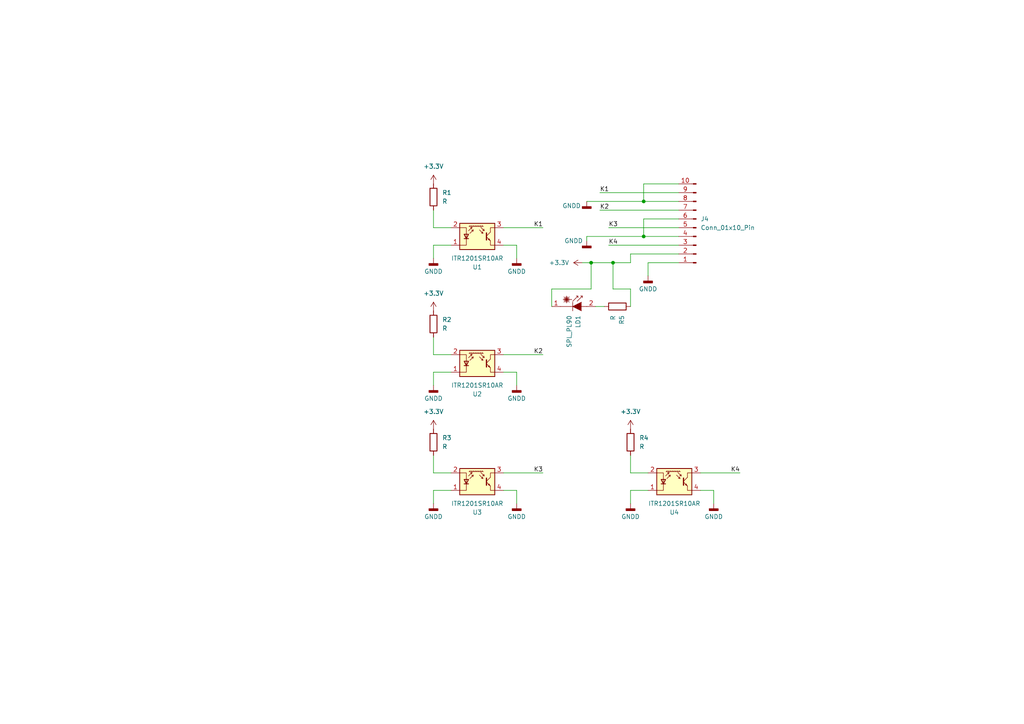
<source format=kicad_sch>
(kicad_sch (version 20230121) (generator eeschema)

  (uuid 91e5da56-9572-45ee-ba29-c4f8142abac9)

  (paper "A4")

  (lib_symbols
    (symbol "Connector:Conn_01x10_Pin" (pin_names (offset 1.016) hide) (in_bom yes) (on_board yes)
      (property "Reference" "J" (at 0 12.7 0)
        (effects (font (size 1.27 1.27)))
      )
      (property "Value" "Conn_01x10_Pin" (at 0 -15.24 0)
        (effects (font (size 1.27 1.27)))
      )
      (property "Footprint" "" (at 0 0 0)
        (effects (font (size 1.27 1.27)) hide)
      )
      (property "Datasheet" "~" (at 0 0 0)
        (effects (font (size 1.27 1.27)) hide)
      )
      (property "ki_locked" "" (at 0 0 0)
        (effects (font (size 1.27 1.27)))
      )
      (property "ki_keywords" "connector" (at 0 0 0)
        (effects (font (size 1.27 1.27)) hide)
      )
      (property "ki_description" "Generic connector, single row, 01x10, script generated" (at 0 0 0)
        (effects (font (size 1.27 1.27)) hide)
      )
      (property "ki_fp_filters" "Connector*:*_1x??_*" (at 0 0 0)
        (effects (font (size 1.27 1.27)) hide)
      )
      (symbol "Conn_01x10_Pin_1_1"
        (polyline
          (pts
            (xy 1.27 -12.7)
            (xy 0.8636 -12.7)
          )
          (stroke (width 0.1524) (type default))
          (fill (type none))
        )
        (polyline
          (pts
            (xy 1.27 -10.16)
            (xy 0.8636 -10.16)
          )
          (stroke (width 0.1524) (type default))
          (fill (type none))
        )
        (polyline
          (pts
            (xy 1.27 -7.62)
            (xy 0.8636 -7.62)
          )
          (stroke (width 0.1524) (type default))
          (fill (type none))
        )
        (polyline
          (pts
            (xy 1.27 -5.08)
            (xy 0.8636 -5.08)
          )
          (stroke (width 0.1524) (type default))
          (fill (type none))
        )
        (polyline
          (pts
            (xy 1.27 -2.54)
            (xy 0.8636 -2.54)
          )
          (stroke (width 0.1524) (type default))
          (fill (type none))
        )
        (polyline
          (pts
            (xy 1.27 0)
            (xy 0.8636 0)
          )
          (stroke (width 0.1524) (type default))
          (fill (type none))
        )
        (polyline
          (pts
            (xy 1.27 2.54)
            (xy 0.8636 2.54)
          )
          (stroke (width 0.1524) (type default))
          (fill (type none))
        )
        (polyline
          (pts
            (xy 1.27 5.08)
            (xy 0.8636 5.08)
          )
          (stroke (width 0.1524) (type default))
          (fill (type none))
        )
        (polyline
          (pts
            (xy 1.27 7.62)
            (xy 0.8636 7.62)
          )
          (stroke (width 0.1524) (type default))
          (fill (type none))
        )
        (polyline
          (pts
            (xy 1.27 10.16)
            (xy 0.8636 10.16)
          )
          (stroke (width 0.1524) (type default))
          (fill (type none))
        )
        (rectangle (start 0.8636 -12.573) (end 0 -12.827)
          (stroke (width 0.1524) (type default))
          (fill (type outline))
        )
        (rectangle (start 0.8636 -10.033) (end 0 -10.287)
          (stroke (width 0.1524) (type default))
          (fill (type outline))
        )
        (rectangle (start 0.8636 -7.493) (end 0 -7.747)
          (stroke (width 0.1524) (type default))
          (fill (type outline))
        )
        (rectangle (start 0.8636 -4.953) (end 0 -5.207)
          (stroke (width 0.1524) (type default))
          (fill (type outline))
        )
        (rectangle (start 0.8636 -2.413) (end 0 -2.667)
          (stroke (width 0.1524) (type default))
          (fill (type outline))
        )
        (rectangle (start 0.8636 0.127) (end 0 -0.127)
          (stroke (width 0.1524) (type default))
          (fill (type outline))
        )
        (rectangle (start 0.8636 2.667) (end 0 2.413)
          (stroke (width 0.1524) (type default))
          (fill (type outline))
        )
        (rectangle (start 0.8636 5.207) (end 0 4.953)
          (stroke (width 0.1524) (type default))
          (fill (type outline))
        )
        (rectangle (start 0.8636 7.747) (end 0 7.493)
          (stroke (width 0.1524) (type default))
          (fill (type outline))
        )
        (rectangle (start 0.8636 10.287) (end 0 10.033)
          (stroke (width 0.1524) (type default))
          (fill (type outline))
        )
        (pin passive line (at 5.08 10.16 180) (length 3.81)
          (name "Pin_1" (effects (font (size 1.27 1.27))))
          (number "1" (effects (font (size 1.27 1.27))))
        )
        (pin passive line (at 5.08 -12.7 180) (length 3.81)
          (name "Pin_10" (effects (font (size 1.27 1.27))))
          (number "10" (effects (font (size 1.27 1.27))))
        )
        (pin passive line (at 5.08 7.62 180) (length 3.81)
          (name "Pin_2" (effects (font (size 1.27 1.27))))
          (number "2" (effects (font (size 1.27 1.27))))
        )
        (pin passive line (at 5.08 5.08 180) (length 3.81)
          (name "Pin_3" (effects (font (size 1.27 1.27))))
          (number "3" (effects (font (size 1.27 1.27))))
        )
        (pin passive line (at 5.08 2.54 180) (length 3.81)
          (name "Pin_4" (effects (font (size 1.27 1.27))))
          (number "4" (effects (font (size 1.27 1.27))))
        )
        (pin passive line (at 5.08 0 180) (length 3.81)
          (name "Pin_5" (effects (font (size 1.27 1.27))))
          (number "5" (effects (font (size 1.27 1.27))))
        )
        (pin passive line (at 5.08 -2.54 180) (length 3.81)
          (name "Pin_6" (effects (font (size 1.27 1.27))))
          (number "6" (effects (font (size 1.27 1.27))))
        )
        (pin passive line (at 5.08 -5.08 180) (length 3.81)
          (name "Pin_7" (effects (font (size 1.27 1.27))))
          (number "7" (effects (font (size 1.27 1.27))))
        )
        (pin passive line (at 5.08 -7.62 180) (length 3.81)
          (name "Pin_8" (effects (font (size 1.27 1.27))))
          (number "8" (effects (font (size 1.27 1.27))))
        )
        (pin passive line (at 5.08 -10.16 180) (length 3.81)
          (name "Pin_9" (effects (font (size 1.27 1.27))))
          (number "9" (effects (font (size 1.27 1.27))))
        )
      )
    )
    (symbol "Device:R" (pin_numbers hide) (pin_names (offset 0)) (in_bom yes) (on_board yes)
      (property "Reference" "R" (at 2.032 0 90)
        (effects (font (size 1.27 1.27)))
      )
      (property "Value" "R" (at 0 0 90)
        (effects (font (size 1.27 1.27)))
      )
      (property "Footprint" "" (at -1.778 0 90)
        (effects (font (size 1.27 1.27)) hide)
      )
      (property "Datasheet" "~" (at 0 0 0)
        (effects (font (size 1.27 1.27)) hide)
      )
      (property "ki_keywords" "R res resistor" (at 0 0 0)
        (effects (font (size 1.27 1.27)) hide)
      )
      (property "ki_description" "Resistor" (at 0 0 0)
        (effects (font (size 1.27 1.27)) hide)
      )
      (property "ki_fp_filters" "R_*" (at 0 0 0)
        (effects (font (size 1.27 1.27)) hide)
      )
      (symbol "R_0_1"
        (rectangle (start -1.016 -2.54) (end 1.016 2.54)
          (stroke (width 0.254) (type default))
          (fill (type none))
        )
      )
      (symbol "R_1_1"
        (pin passive line (at 0 3.81 270) (length 1.27)
          (name "~" (effects (font (size 1.27 1.27))))
          (number "1" (effects (font (size 1.27 1.27))))
        )
        (pin passive line (at 0 -3.81 90) (length 1.27)
          (name "~" (effects (font (size 1.27 1.27))))
          (number "2" (effects (font (size 1.27 1.27))))
        )
      )
    )
    (symbol "Diode_Laser:SPL_PL90" (pin_names (offset 1.016) hide) (in_bom yes) (on_board yes)
      (property "Reference" "LD" (at -1.27 4.445 0)
        (effects (font (size 1.27 1.27)))
      )
      (property "Value" "SPL_PL90" (at -1.27 -2.54 0)
        (effects (font (size 1.27 1.27)))
      )
      (property "Footprint" "LED_THT:LED_D5.0mm" (at -1.524 -4.572 0)
        (effects (font (size 1.27 1.27)) hide)
      )
      (property "Datasheet" "http://www.osram-os.com/Graphics/XPic0/00194565_0.pdf/SPL%20PL90.pdf" (at 0.762 -5.08 0)
        (effects (font (size 1.27 1.27)) hide)
      )
      (property "ki_keywords" "opto laserdiode" (at 0 0 0)
        (effects (font (size 1.27 1.27)) hide)
      )
      (property "ki_description" "Pulsed Laser Diode in Plastic Package 25W Peak Power" (at 0 0 0)
        (effects (font (size 1.27 1.27)) hide)
      )
      (property "ki_fp_filters" "LED*5.0mm*" (at 0 0 0)
        (effects (font (size 1.27 1.27)) hide)
      )
      (symbol "SPL_PL90_0_1"
        (polyline
          (pts
            (xy -4.064 1.27)
            (xy -2.54 2.794)
          )
          (stroke (width 0) (type default))
          (fill (type none))
        )
        (polyline
          (pts
            (xy -4.064 1.778)
            (xy -2.54 2.286)
          )
          (stroke (width 0) (type default))
          (fill (type none))
        )
        (polyline
          (pts
            (xy -4.064 2.286)
            (xy -2.54 1.778)
          )
          (stroke (width 0) (type default))
          (fill (type none))
        )
        (polyline
          (pts
            (xy -4.064 2.794)
            (xy -2.54 1.27)
          )
          (stroke (width 0) (type default))
          (fill (type none))
        )
        (polyline
          (pts
            (xy -3.556 2.794)
            (xy -3.048 1.27)
          )
          (stroke (width 0) (type default))
          (fill (type none))
        )
        (polyline
          (pts
            (xy -3.302 2.032)
            (xy -3.302 1.016)
          )
          (stroke (width 0) (type default))
          (fill (type none))
        )
        (polyline
          (pts
            (xy -3.302 2.032)
            (xy -3.302 3.048)
          )
          (stroke (width 0) (type default))
          (fill (type none))
        )
        (polyline
          (pts
            (xy -3.048 2.794)
            (xy -3.556 1.27)
          )
          (stroke (width 0) (type default))
          (fill (type none))
        )
        (polyline
          (pts
            (xy -1.778 2.032)
            (xy -4.318 2.032)
          )
          (stroke (width 0) (type default))
          (fill (type none))
        )
        (polyline
          (pts
            (xy -1.524 1.27)
            (xy -1.524 -1.27)
          )
          (stroke (width 0.1524) (type default))
          (fill (type none))
        )
        (polyline
          (pts
            (xy 1.27 3.048)
            (xy 0.762 3.048)
          )
          (stroke (width 0) (type default))
          (fill (type none))
        )
        (polyline
          (pts
            (xy 2.54 0)
            (xy -5.08 0)
          )
          (stroke (width 0) (type default))
          (fill (type none))
        )
        (polyline
          (pts
            (xy -0.254 1.524)
            (xy 1.27 3.048)
            (xy 1.27 2.54)
          )
          (stroke (width 0) (type default))
          (fill (type none))
        )
        (polyline
          (pts
            (xy 1.016 1.27)
            (xy -1.524 0)
            (xy 1.016 -1.27)
          )
          (stroke (width 0) (type default))
          (fill (type outline))
        )
        (polyline
          (pts
            (xy -1.524 1.524)
            (xy 0 3.048)
            (xy 0 2.54)
            (xy 0 3.048)
            (xy -0.508 3.048)
          )
          (stroke (width 0) (type default))
          (fill (type none))
        )
      )
      (symbol "SPL_PL90_1_1"
        (pin passive line (at -7.62 0 0) (length 2.54)
          (name "C" (effects (font (size 1.27 1.27))))
          (number "1" (effects (font (size 1.27 1.27))))
        )
        (pin passive line (at 5.08 0 180) (length 2.54)
          (name "A" (effects (font (size 1.27 1.27))))
          (number "2" (effects (font (size 1.27 1.27))))
        )
      )
    )
    (symbol "Sensor_Proximity:ITR1201SR10AR" (pin_names (offset 0.0254) hide) (in_bom yes) (on_board yes)
      (property "Reference" "U" (at -3.81 5.08 0)
        (effects (font (size 1.27 1.27)))
      )
      (property "Value" "ITR1201SR10AR" (at 15.24 5.08 0)
        (effects (font (size 1.27 1.27)) (justify right))
      )
      (property "Footprint" "OptoDevice:Everlight_ITR1201SR10AR" (at 0 -5.08 0)
        (effects (font (size 1.27 1.27)) hide)
      )
      (property "Datasheet" "http://www.everlight.com/file/ProductFile/ITR1201SR10AR-TR.pdf" (at 0 2.54 0)
        (effects (font (size 1.27 1.27)) hide)
      )
      (property "ki_keywords" "Reflective Optical Sensor Opto reflex coupler" (at 0 0 0)
        (effects (font (size 1.27 1.27)) hide)
      )
      (property "ki_description" "Miniature Reflective Optical Object Sensor, SMD-4" (at 0 0 0)
        (effects (font (size 1.27 1.27)) hide)
      )
      (property "ki_fp_filters" "Everlight*ITR1201SR10AR*" (at 0 0 0)
        (effects (font (size 1.27 1.27)) hide)
      )
      (symbol "ITR1201SR10AR_0_1"
        (polyline
          (pts
            (xy -3.81 -0.635)
            (xy -2.54 -0.635)
          )
          (stroke (width 0.254) (type default))
          (fill (type none))
        )
        (polyline
          (pts
            (xy -2.286 2.921)
            (xy -2.032 3.175)
          )
          (stroke (width 0) (type default))
          (fill (type none))
        )
        (polyline
          (pts
            (xy -1.778 2.921)
            (xy -1.524 3.175)
          )
          (stroke (width 0) (type default))
          (fill (type none))
        )
        (polyline
          (pts
            (xy -1.524 2.667)
            (xy -1.651 2.159)
          )
          (stroke (width 0) (type default))
          (fill (type none))
        )
        (polyline
          (pts
            (xy -1.27 2.921)
            (xy -1.016 3.175)
          )
          (stroke (width 0) (type default))
          (fill (type none))
        )
        (polyline
          (pts
            (xy -1.143 1.905)
            (xy -1.27 1.397)
          )
          (stroke (width 0) (type default))
          (fill (type none))
        )
        (polyline
          (pts
            (xy -0.762 2.921)
            (xy -0.508 3.175)
          )
          (stroke (width 0) (type default))
          (fill (type none))
        )
        (polyline
          (pts
            (xy -0.254 2.921)
            (xy 0 3.175)
          )
          (stroke (width 0) (type default))
          (fill (type none))
        )
        (polyline
          (pts
            (xy 0.254 2.921)
            (xy 0.508 3.175)
          )
          (stroke (width 0) (type default))
          (fill (type none))
        )
        (polyline
          (pts
            (xy 0.762 2.921)
            (xy 1.016 3.175)
          )
          (stroke (width 0) (type default))
          (fill (type none))
        )
        (polyline
          (pts
            (xy 1.27 2.921)
            (xy 1.524 3.175)
          )
          (stroke (width 0) (type default))
          (fill (type none))
        )
        (polyline
          (pts
            (xy 1.651 0.889)
            (xy 1.143 1.016)
          )
          (stroke (width 0) (type default))
          (fill (type none))
        )
        (polyline
          (pts
            (xy 1.778 2.921)
            (xy -2.413 2.921)
          )
          (stroke (width 0) (type default))
          (fill (type none))
        )
        (polyline
          (pts
            (xy 2.032 1.651)
            (xy 1.524 1.778)
          )
          (stroke (width 0) (type default))
          (fill (type none))
        )
        (polyline
          (pts
            (xy 2.667 -0.127)
            (xy 3.81 -1.27)
          )
          (stroke (width 0) (type default))
          (fill (type none))
        )
        (polyline
          (pts
            (xy 2.667 0.127)
            (xy 3.81 1.27)
          )
          (stroke (width 0) (type default))
          (fill (type none))
        )
        (polyline
          (pts
            (xy -2.54 1.651)
            (xy -1.524 2.667)
            (xy -2.032 2.54)
          )
          (stroke (width 0) (type default))
          (fill (type none))
        )
        (polyline
          (pts
            (xy -2.159 0.889)
            (xy -1.143 1.905)
            (xy -1.651 1.778)
          )
          (stroke (width 0) (type default))
          (fill (type none))
        )
        (polyline
          (pts
            (xy 0.635 1.905)
            (xy 1.651 0.889)
            (xy 1.524 1.397)
          )
          (stroke (width 0) (type default))
          (fill (type none))
        )
        (polyline
          (pts
            (xy 1.016 2.667)
            (xy 2.032 1.651)
            (xy 1.905 2.159)
          )
          (stroke (width 0) (type default))
          (fill (type none))
        )
        (polyline
          (pts
            (xy 2.667 1.016)
            (xy 2.667 -1.016)
            (xy 2.667 -1.016)
          )
          (stroke (width 0.3556) (type default))
          (fill (type none))
        )
        (polyline
          (pts
            (xy 3.81 -1.27)
            (xy 3.81 -2.54)
            (xy 5.08 -2.54)
          )
          (stroke (width 0) (type default))
          (fill (type none))
        )
        (polyline
          (pts
            (xy 3.81 1.27)
            (xy 3.81 2.54)
            (xy 5.08 2.54)
          )
          (stroke (width 0) (type default))
          (fill (type none))
        )
        (polyline
          (pts
            (xy -5.08 -2.54)
            (xy -3.175 -2.54)
            (xy -3.175 2.54)
            (xy -5.08 2.54)
          )
          (stroke (width 0) (type default))
          (fill (type none))
        )
        (polyline
          (pts
            (xy -3.175 -0.635)
            (xy -3.81 0.635)
            (xy -2.54 0.635)
            (xy -3.175 -0.635)
          )
          (stroke (width 0.254) (type default))
          (fill (type none))
        )
        (polyline
          (pts
            (xy 3.683 -1.143)
            (xy 3.429 -0.635)
            (xy 3.175 -0.889)
            (xy 3.683 -1.143)
          )
          (stroke (width 0) (type default))
          (fill (type none))
        )
        (polyline
          (pts
            (xy -5.08 -3.81)
            (xy 5.08 -3.81)
            (xy 5.08 3.81)
            (xy -5.08 3.81)
            (xy -5.08 -3.81)
          )
          (stroke (width 0.254) (type default))
          (fill (type background))
        )
      )
      (symbol "ITR1201SR10AR_1_1"
        (pin passive line (at -7.62 -2.54 0) (length 2.54)
          (name "K" (effects (font (size 1.27 1.27))))
          (number "1" (effects (font (size 1.27 1.27))))
        )
        (pin passive line (at -7.62 2.54 0) (length 2.54)
          (name "A" (effects (font (size 1.27 1.27))))
          (number "2" (effects (font (size 1.27 1.27))))
        )
        (pin open_collector line (at 7.62 2.54 180) (length 2.54)
          (name "~" (effects (font (size 1.27 1.27))))
          (number "3" (effects (font (size 1.27 1.27))))
        )
        (pin open_emitter line (at 7.62 -2.54 180) (length 2.54)
          (name "~" (effects (font (size 1.27 1.27))))
          (number "4" (effects (font (size 1.27 1.27))))
        )
      )
    )
    (symbol "power:+3.3V" (power) (pin_names (offset 0)) (in_bom yes) (on_board yes)
      (property "Reference" "#PWR" (at 0 -3.81 0)
        (effects (font (size 1.27 1.27)) hide)
      )
      (property "Value" "+3.3V" (at 0 3.556 0)
        (effects (font (size 1.27 1.27)))
      )
      (property "Footprint" "" (at 0 0 0)
        (effects (font (size 1.27 1.27)) hide)
      )
      (property "Datasheet" "" (at 0 0 0)
        (effects (font (size 1.27 1.27)) hide)
      )
      (property "ki_keywords" "global power" (at 0 0 0)
        (effects (font (size 1.27 1.27)) hide)
      )
      (property "ki_description" "Power symbol creates a global label with name \"+3.3V\"" (at 0 0 0)
        (effects (font (size 1.27 1.27)) hide)
      )
      (symbol "+3.3V_0_1"
        (polyline
          (pts
            (xy -0.762 1.27)
            (xy 0 2.54)
          )
          (stroke (width 0) (type default))
          (fill (type none))
        )
        (polyline
          (pts
            (xy 0 0)
            (xy 0 2.54)
          )
          (stroke (width 0) (type default))
          (fill (type none))
        )
        (polyline
          (pts
            (xy 0 2.54)
            (xy 0.762 1.27)
          )
          (stroke (width 0) (type default))
          (fill (type none))
        )
      )
      (symbol "+3.3V_1_1"
        (pin power_in line (at 0 0 90) (length 0) hide
          (name "+3.3V" (effects (font (size 1.27 1.27))))
          (number "1" (effects (font (size 1.27 1.27))))
        )
      )
    )
    (symbol "power:GNDD" (power) (pin_names (offset 0)) (in_bom yes) (on_board yes)
      (property "Reference" "#PWR" (at 0 -6.35 0)
        (effects (font (size 1.27 1.27)) hide)
      )
      (property "Value" "GNDD" (at 0 -3.175 0)
        (effects (font (size 1.27 1.27)))
      )
      (property "Footprint" "" (at 0 0 0)
        (effects (font (size 1.27 1.27)) hide)
      )
      (property "Datasheet" "" (at 0 0 0)
        (effects (font (size 1.27 1.27)) hide)
      )
      (property "ki_keywords" "power-flag" (at 0 0 0)
        (effects (font (size 1.27 1.27)) hide)
      )
      (property "ki_description" "Power symbol creates a global label with name \"GNDD\" , digital ground" (at 0 0 0)
        (effects (font (size 1.27 1.27)) hide)
      )
      (symbol "GNDD_0_1"
        (rectangle (start -1.27 -1.524) (end 1.27 -2.032)
          (stroke (width 0.254) (type default))
          (fill (type outline))
        )
        (polyline
          (pts
            (xy 0 0)
            (xy 0 -1.524)
          )
          (stroke (width 0) (type default))
          (fill (type none))
        )
      )
      (symbol "GNDD_1_1"
        (pin power_in line (at 0 0 270) (length 0) hide
          (name "GNDD" (effects (font (size 1.27 1.27))))
          (number "1" (effects (font (size 1.27 1.27))))
        )
      )
    )
  )

  (junction (at 186.69 58.42) (diameter 0) (color 0 0 0 0)
    (uuid 002e38bb-c993-4f81-8a6d-51a3297b0375)
  )
  (junction (at 177.8 76.2) (diameter 0) (color 0 0 0 0)
    (uuid 13429929-0d65-474a-89a0-4611fb4e60b6)
  )
  (junction (at 171.45 76.2) (diameter 0) (color 0 0 0 0)
    (uuid 7782264c-3d6c-4364-acaa-ed2c45cdd73e)
  )
  (junction (at 186.69 68.58) (diameter 0) (color 0 0 0 0)
    (uuid d8ca31d5-48d7-4b46-a099-c92fc2183721)
  )

  (wire (pts (xy 182.88 76.2) (xy 182.88 73.66))
    (stroke (width 0) (type default))
    (uuid 0066eaa7-a28f-4985-9557-074cc2621ab0)
  )
  (wire (pts (xy 125.73 142.24) (xy 125.73 146.05))
    (stroke (width 0) (type default))
    (uuid 13aa38d0-214d-4a2f-a2e5-c64269698076)
  )
  (wire (pts (xy 177.8 83.82) (xy 182.88 83.82))
    (stroke (width 0) (type default))
    (uuid 1a4dde50-3b6e-478b-b954-594e8fb15d20)
  )
  (wire (pts (xy 170.18 68.58) (xy 186.69 68.58))
    (stroke (width 0) (type default))
    (uuid 1da61eb0-973f-40ce-8057-f136b49de9b9)
  )
  (wire (pts (xy 187.96 76.2) (xy 196.85 76.2))
    (stroke (width 0) (type default))
    (uuid 1e1b444a-d224-4eab-8b9f-9a7b3d222d88)
  )
  (wire (pts (xy 130.81 107.95) (xy 125.73 107.95))
    (stroke (width 0) (type default))
    (uuid 221053a7-0d55-4155-85a0-d50f4219225a)
  )
  (wire (pts (xy 176.53 71.12) (xy 196.85 71.12))
    (stroke (width 0) (type default))
    (uuid 237a6a53-027b-400c-bd70-198df9cdb079)
  )
  (wire (pts (xy 146.05 137.16) (xy 157.48 137.16))
    (stroke (width 0) (type default))
    (uuid 24c48833-1826-4446-8a21-147cd5d5533d)
  )
  (wire (pts (xy 125.73 137.16) (xy 130.81 137.16))
    (stroke (width 0) (type default))
    (uuid 2d40f3a1-c30b-450a-ab0b-86ac0be781ad)
  )
  (wire (pts (xy 149.86 71.12) (xy 146.05 71.12))
    (stroke (width 0) (type default))
    (uuid 3f241c3c-3f5d-4014-a119-e42e14bb92e9)
  )
  (wire (pts (xy 170.18 58.42) (xy 186.69 58.42))
    (stroke (width 0) (type default))
    (uuid 45947be1-4f8c-49a6-a11d-5856f2866e90)
  )
  (wire (pts (xy 125.73 60.96) (xy 125.73 66.04))
    (stroke (width 0) (type default))
    (uuid 461b0b31-d146-4218-a300-d882f52099eb)
  )
  (wire (pts (xy 176.53 66.04) (xy 196.85 66.04))
    (stroke (width 0) (type default))
    (uuid 49296605-076f-4f53-8a57-65a8d9d1ba96)
  )
  (wire (pts (xy 186.69 63.5) (xy 186.69 68.58))
    (stroke (width 0) (type default))
    (uuid 53164549-48ad-46a5-9acd-2fdfef7dcdba)
  )
  (wire (pts (xy 182.88 142.24) (xy 182.88 146.05))
    (stroke (width 0) (type default))
    (uuid 57bf63db-41b0-4f1c-b5ef-63b5301cc466)
  )
  (wire (pts (xy 149.86 107.95) (xy 146.05 107.95))
    (stroke (width 0) (type default))
    (uuid 5dfb4daf-141c-4fac-aa3e-28b2c5c8fb37)
  )
  (wire (pts (xy 207.01 146.05) (xy 207.01 142.24))
    (stroke (width 0) (type default))
    (uuid 6e3068bc-5668-4f40-bc3e-fe699e37666d)
  )
  (wire (pts (xy 171.45 83.82) (xy 171.45 76.2))
    (stroke (width 0) (type default))
    (uuid 74b42aa9-63a2-4246-9535-48909e299e23)
  )
  (wire (pts (xy 207.01 142.24) (xy 203.2 142.24))
    (stroke (width 0) (type default))
    (uuid 791073fd-9858-49f1-929b-3ec9db3cc556)
  )
  (wire (pts (xy 160.02 88.9) (xy 160.02 83.82))
    (stroke (width 0) (type default))
    (uuid 7a5f5d2c-4168-4236-b196-b3144f912b36)
  )
  (wire (pts (xy 177.8 76.2) (xy 182.88 76.2))
    (stroke (width 0) (type default))
    (uuid 7e8b885d-244e-442a-a353-c21d32d4e839)
  )
  (wire (pts (xy 125.73 132.08) (xy 125.73 137.16))
    (stroke (width 0) (type default))
    (uuid 7f257749-24fd-49bb-bac0-19b2b9e29605)
  )
  (wire (pts (xy 186.69 68.58) (xy 196.85 68.58))
    (stroke (width 0) (type default))
    (uuid 9676deaa-5ff1-4162-9f5e-294564fcd8bb)
  )
  (wire (pts (xy 160.02 83.82) (xy 171.45 83.82))
    (stroke (width 0) (type default))
    (uuid 98d0f1eb-27e1-41cc-9e2e-6d73ea700b65)
  )
  (wire (pts (xy 182.88 83.82) (xy 182.88 88.9))
    (stroke (width 0) (type default))
    (uuid a72edf68-beec-4670-b3fc-40ec06644088)
  )
  (wire (pts (xy 149.86 146.05) (xy 149.86 142.24))
    (stroke (width 0) (type default))
    (uuid a7a555f1-dba7-46e9-96a5-188cc5fa1985)
  )
  (wire (pts (xy 171.45 76.2) (xy 177.8 76.2))
    (stroke (width 0) (type default))
    (uuid a93db3ed-bf96-4812-b93a-c86762cffd8b)
  )
  (wire (pts (xy 149.86 142.24) (xy 146.05 142.24))
    (stroke (width 0) (type default))
    (uuid aa040319-afae-4259-a159-6cdac5a2db27)
  )
  (wire (pts (xy 125.73 66.04) (xy 130.81 66.04))
    (stroke (width 0) (type default))
    (uuid b7857ce8-68bd-48ff-b372-221fdd7f577c)
  )
  (wire (pts (xy 175.26 88.9) (xy 172.72 88.9))
    (stroke (width 0) (type default))
    (uuid b9a195b7-d72d-4d7e-9cfa-c62deea627a9)
  )
  (wire (pts (xy 146.05 66.04) (xy 157.48 66.04))
    (stroke (width 0) (type default))
    (uuid b9d3e4d0-9103-4412-9f13-7840355021ac)
  )
  (wire (pts (xy 186.69 58.42) (xy 196.85 58.42))
    (stroke (width 0) (type default))
    (uuid bb45b57b-ec6a-4b57-b76d-4a501bfb8733)
  )
  (wire (pts (xy 173.99 55.88) (xy 196.85 55.88))
    (stroke (width 0) (type default))
    (uuid bb86b4b6-0a1e-489f-a7d5-414da058631d)
  )
  (wire (pts (xy 186.69 63.5) (xy 196.85 63.5))
    (stroke (width 0) (type default))
    (uuid bc099eb8-d9fe-4b14-b524-f1bcd98e15c0)
  )
  (wire (pts (xy 186.69 53.34) (xy 196.85 53.34))
    (stroke (width 0) (type default))
    (uuid bc335238-09a4-4c26-9724-7c6780980c8d)
  )
  (wire (pts (xy 182.88 132.08) (xy 182.88 137.16))
    (stroke (width 0) (type default))
    (uuid bc71d9ed-67fd-4d64-8657-54175b33f81c)
  )
  (wire (pts (xy 186.69 53.34) (xy 186.69 58.42))
    (stroke (width 0) (type default))
    (uuid be6d204e-00f6-4d03-a7fa-c7f4783342eb)
  )
  (wire (pts (xy 125.73 97.79) (xy 125.73 102.87))
    (stroke (width 0) (type default))
    (uuid bec2d06e-3053-4eea-b266-bf62d328bc98)
  )
  (wire (pts (xy 182.88 73.66) (xy 196.85 73.66))
    (stroke (width 0) (type default))
    (uuid c37edcf1-606f-46a5-80d6-4a557fb5cd33)
  )
  (wire (pts (xy 149.86 74.93) (xy 149.86 71.12))
    (stroke (width 0) (type default))
    (uuid c39196f7-2e2a-423f-9f36-3f6f9e3d5107)
  )
  (wire (pts (xy 168.91 76.2) (xy 171.45 76.2))
    (stroke (width 0) (type default))
    (uuid c65d31af-9e21-428f-8f74-df6e4c6380a1)
  )
  (wire (pts (xy 203.2 137.16) (xy 214.63 137.16))
    (stroke (width 0) (type default))
    (uuid c7de9595-8fe2-459a-8200-cd502232002b)
  )
  (wire (pts (xy 182.88 137.16) (xy 187.96 137.16))
    (stroke (width 0) (type default))
    (uuid cdbbe765-f326-43af-93d1-efc407fd914f)
  )
  (wire (pts (xy 170.18 68.58) (xy 170.18 69.85))
    (stroke (width 0) (type default))
    (uuid d55a8790-fa3c-4aa0-be1a-78dd09ec969c)
  )
  (wire (pts (xy 146.05 102.87) (xy 157.48 102.87))
    (stroke (width 0) (type default))
    (uuid d6684f16-00cb-4bee-a523-b6991f4ddf3a)
  )
  (wire (pts (xy 125.73 71.12) (xy 125.73 74.93))
    (stroke (width 0) (type default))
    (uuid d69cc458-a7d2-4846-93c3-cdcf5c9d519a)
  )
  (wire (pts (xy 177.8 83.82) (xy 177.8 76.2))
    (stroke (width 0) (type default))
    (uuid d7373cd4-78a4-4d77-b42c-ae17f618a4b1)
  )
  (wire (pts (xy 187.96 142.24) (xy 182.88 142.24))
    (stroke (width 0) (type default))
    (uuid e2925901-6d01-4fc1-a9b8-3272ee8b6214)
  )
  (wire (pts (xy 173.99 60.96) (xy 196.85 60.96))
    (stroke (width 0) (type default))
    (uuid e6dfdbf3-5023-4345-9486-44bf29a2136e)
  )
  (wire (pts (xy 130.81 71.12) (xy 125.73 71.12))
    (stroke (width 0) (type default))
    (uuid ea1a5a85-0b52-4e2c-bcfe-effc7baacd9e)
  )
  (wire (pts (xy 125.73 102.87) (xy 130.81 102.87))
    (stroke (width 0) (type default))
    (uuid f35be288-4b7c-4acf-bfc6-f03ddc789066)
  )
  (wire (pts (xy 149.86 111.76) (xy 149.86 107.95))
    (stroke (width 0) (type default))
    (uuid f97d6d54-47ae-4096-8838-4c77a56fc8db)
  )
  (wire (pts (xy 130.81 142.24) (xy 125.73 142.24))
    (stroke (width 0) (type default))
    (uuid fa85522d-fa67-4340-abc6-b5a3e690b6e3)
  )
  (wire (pts (xy 187.96 76.2) (xy 187.96 80.01))
    (stroke (width 0) (type default))
    (uuid fe684ee6-61db-46ee-806b-3de0b56ee7f5)
  )
  (wire (pts (xy 125.73 107.95) (xy 125.73 111.76))
    (stroke (width 0) (type default))
    (uuid feaa55a0-eca0-480f-a650-19ce5529dfdf)
  )

  (label "K2" (at 173.99 60.96 0) (fields_autoplaced)
    (effects (font (size 1.27 1.27)) (justify left bottom))
    (uuid 2355c673-e3d1-485b-89c0-239381085213)
  )
  (label "K4" (at 176.53 71.12 0) (fields_autoplaced)
    (effects (font (size 1.27 1.27)) (justify left bottom))
    (uuid 3010ba8a-57eb-45f2-b24a-c6ee0599e41b)
  )
  (label "K3" (at 157.48 137.16 180) (fields_autoplaced)
    (effects (font (size 1.27 1.27)) (justify right bottom))
    (uuid 497d1868-5110-4b20-9080-cda6507fbb59)
  )
  (label "K3" (at 176.53 66.04 0) (fields_autoplaced)
    (effects (font (size 1.27 1.27)) (justify left bottom))
    (uuid 5058f580-da9b-4ee1-8c58-92fcdd79eb6e)
  )
  (label "K1" (at 157.48 66.04 180) (fields_autoplaced)
    (effects (font (size 1.27 1.27)) (justify right bottom))
    (uuid 6b5fb2c0-f2a9-44d7-937a-0df50e168f94)
  )
  (label "K4" (at 214.63 137.16 180) (fields_autoplaced)
    (effects (font (size 1.27 1.27)) (justify right bottom))
    (uuid dddbc296-1abb-44f2-b463-c1fda10c261d)
  )
  (label "K2" (at 157.48 102.87 180) (fields_autoplaced)
    (effects (font (size 1.27 1.27)) (justify right bottom))
    (uuid ecdce32a-ad08-4325-8747-ecbd266fe5d1)
  )
  (label "K1" (at 173.99 55.88 0) (fields_autoplaced)
    (effects (font (size 1.27 1.27)) (justify left bottom))
    (uuid fe7c97a6-c436-42fb-bf2a-d6c8c682444b)
  )

  (symbol (lib_id "power:GNDD") (at 125.73 74.93 0) (unit 1)
    (in_bom yes) (on_board yes) (dnp no)
    (uuid 069540a0-fa56-481d-9479-87bc00d6d17b)
    (property "Reference" "#PWR05" (at 125.73 81.28 0)
      (effects (font (size 1.27 1.27)) hide)
    )
    (property "Value" "GNDD" (at 125.73 78.74 0)
      (effects (font (size 1.27 1.27)))
    )
    (property "Footprint" "" (at 125.73 74.93 0)
      (effects (font (size 1.27 1.27)) hide)
    )
    (property "Datasheet" "" (at 125.73 74.93 0)
      (effects (font (size 1.27 1.27)) hide)
    )
    (pin "1" (uuid 0a07febe-386e-40be-9f27-bb7b78f58425))
    (instances
      (project "BUTTONS"
        (path "/91e5da56-9572-45ee-ba29-c4f8142abac9"
          (reference "#PWR05") (unit 1)
        )
      )
      (project "FM_Indicator"
        (path "/9fb48cbe-489c-416c-a343-e5b43d52b4ec"
          (reference "#PWR0111") (unit 1)
        )
      )
    )
  )

  (symbol (lib_id "Sensor_Proximity:ITR1201SR10AR") (at 138.43 68.58 0) (unit 1)
    (in_bom yes) (on_board yes) (dnp no)
    (uuid 0de919d4-29bf-4be9-b9ea-1e97b0033539)
    (property "Reference" "U1" (at 138.43 77.47 0)
      (effects (font (size 1.27 1.27)))
    )
    (property "Value" "ITR1201SR10AR" (at 138.43 74.93 0)
      (effects (font (size 1.27 1.27)))
    )
    (property "Footprint" "OptoDevice:Everlight_ITR1201SR10AR" (at 138.43 73.66 0)
      (effects (font (size 1.27 1.27)) hide)
    )
    (property "Datasheet" "http://www.everlight.com/file/ProductFile/ITR1201SR10AR-TR.pdf" (at 138.43 66.04 0)
      (effects (font (size 1.27 1.27)) hide)
    )
    (pin "1" (uuid d164d7a2-ab6b-4e58-854e-68a601de5610))
    (pin "2" (uuid 65d8d2ab-35e1-45cb-a0ed-78847f50f06f))
    (pin "3" (uuid 50a83964-f668-4808-bf83-1de386ca9c95))
    (pin "4" (uuid 14360996-4b96-4b91-adac-4d3ff1fd7fc3))
    (instances
      (project "BUTTONS"
        (path "/91e5da56-9572-45ee-ba29-c4f8142abac9"
          (reference "U1") (unit 1)
        )
      )
    )
  )

  (symbol (lib_id "Device:R") (at 125.73 93.98 0) (unit 1)
    (in_bom yes) (on_board yes) (dnp no) (fields_autoplaced)
    (uuid 0e7e333e-7407-4f51-993e-fd6c3eff837f)
    (property "Reference" "R2" (at 128.27 92.71 0)
      (effects (font (size 1.27 1.27)) (justify left))
    )
    (property "Value" "R" (at 128.27 95.25 0)
      (effects (font (size 1.27 1.27)) (justify left))
    )
    (property "Footprint" "Resistor_SMD:R_0603_1608Metric_Pad0.98x0.95mm_HandSolder" (at 123.952 93.98 90)
      (effects (font (size 1.27 1.27)) hide)
    )
    (property "Datasheet" "~" (at 125.73 93.98 0)
      (effects (font (size 1.27 1.27)) hide)
    )
    (pin "1" (uuid 76a70838-143e-4ea5-8c4c-b1f9bd8da4a3))
    (pin "2" (uuid b8563a03-47f5-4ddc-a0da-474695e54bfb))
    (instances
      (project "BUTTONS"
        (path "/91e5da56-9572-45ee-ba29-c4f8142abac9"
          (reference "R2") (unit 1)
        )
      )
    )
  )

  (symbol (lib_id "power:GNDD") (at 149.86 111.76 0) (unit 1)
    (in_bom yes) (on_board yes) (dnp no)
    (uuid 1e1986e5-4c0c-4edf-b4e8-238096e47483)
    (property "Reference" "#PWR010" (at 149.86 118.11 0)
      (effects (font (size 1.27 1.27)) hide)
    )
    (property "Value" "GNDD" (at 149.86 115.57 0)
      (effects (font (size 1.27 1.27)))
    )
    (property "Footprint" "" (at 149.86 111.76 0)
      (effects (font (size 1.27 1.27)) hide)
    )
    (property "Datasheet" "" (at 149.86 111.76 0)
      (effects (font (size 1.27 1.27)) hide)
    )
    (pin "1" (uuid 321fe457-ae9e-40c0-b9aa-93b9efa4a93a))
    (instances
      (project "BUTTONS"
        (path "/91e5da56-9572-45ee-ba29-c4f8142abac9"
          (reference "#PWR010") (unit 1)
        )
      )
      (project "FM_Indicator"
        (path "/9fb48cbe-489c-416c-a343-e5b43d52b4ec"
          (reference "#PWR0111") (unit 1)
        )
      )
    )
  )

  (symbol (lib_id "power:+3.3V") (at 125.73 90.17 0) (unit 1)
    (in_bom yes) (on_board yes) (dnp no) (fields_autoplaced)
    (uuid 1f4ff7f5-2917-4ec9-bb98-f0122c1f70cd)
    (property "Reference" "#PWR08" (at 125.73 93.98 0)
      (effects (font (size 1.27 1.27)) hide)
    )
    (property "Value" "+3.3V" (at 125.73 85.09 0)
      (effects (font (size 1.27 1.27)))
    )
    (property "Footprint" "" (at 125.73 90.17 0)
      (effects (font (size 1.27 1.27)) hide)
    )
    (property "Datasheet" "" (at 125.73 90.17 0)
      (effects (font (size 1.27 1.27)) hide)
    )
    (pin "1" (uuid e2e654e5-fd81-4365-9efc-92114edf4c99))
    (instances
      (project "BUTTONS"
        (path "/91e5da56-9572-45ee-ba29-c4f8142abac9"
          (reference "#PWR08") (unit 1)
        )
      )
    )
  )

  (symbol (lib_id "Connector:Conn_01x10_Pin") (at 201.93 66.04 180) (unit 1)
    (in_bom yes) (on_board yes) (dnp no) (fields_autoplaced)
    (uuid 264d9b9d-ff10-4564-8236-ce69d82548bb)
    (property "Reference" "J4" (at 203.2 63.5 0)
      (effects (font (size 1.27 1.27)) (justify right))
    )
    (property "Value" "Conn_01x10_Pin" (at 203.2 66.04 0)
      (effects (font (size 1.27 1.27)) (justify right))
    )
    (property "Footprint" "Connector_JST:JST_EH_B10B-EH-A_1x10_P2.50mm_Vertical" (at 201.93 66.04 0)
      (effects (font (size 1.27 1.27)) hide)
    )
    (property "Datasheet" "~" (at 201.93 66.04 0)
      (effects (font (size 1.27 1.27)) hide)
    )
    (pin "1" (uuid d015a35a-7991-4182-bea2-c3c0c3e7eec9))
    (pin "10" (uuid dc77910d-de86-44e7-a849-2424bed8556a))
    (pin "2" (uuid 8193598c-2f1a-4276-b935-b6c1d9d3dd28))
    (pin "3" (uuid 4ea088f2-1dac-4b6b-8876-605b176a804c))
    (pin "4" (uuid 4d6bf41b-34dc-487d-9802-e5c5df664030))
    (pin "5" (uuid b6eb8da9-0fc5-42ce-abff-75461cf8c8db))
    (pin "6" (uuid cc7a5a6f-5fd6-4d4d-9546-26aec4a32d0e))
    (pin "7" (uuid 059964c2-6fde-45e3-a486-7f96f0cb4219))
    (pin "8" (uuid d91d4184-1cb4-4767-b54f-6d4dd2661881))
    (pin "9" (uuid 45af8131-2021-4a5f-87a0-222bebd63088))
    (instances
      (project "BUTTONS"
        (path "/91e5da56-9572-45ee-ba29-c4f8142abac9"
          (reference "J4") (unit 1)
        )
      )
    )
  )

  (symbol (lib_id "power:GNDD") (at 182.88 146.05 0) (unit 1)
    (in_bom yes) (on_board yes) (dnp no)
    (uuid 2abf7a33-1bd8-4a75-987b-2272574463bc)
    (property "Reference" "#PWR015" (at 182.88 152.4 0)
      (effects (font (size 1.27 1.27)) hide)
    )
    (property "Value" "GNDD" (at 182.88 149.86 0)
      (effects (font (size 1.27 1.27)))
    )
    (property "Footprint" "" (at 182.88 146.05 0)
      (effects (font (size 1.27 1.27)) hide)
    )
    (property "Datasheet" "" (at 182.88 146.05 0)
      (effects (font (size 1.27 1.27)) hide)
    )
    (pin "1" (uuid 8f253cf3-e6d5-4147-98df-d97b04a5bd29))
    (instances
      (project "BUTTONS"
        (path "/91e5da56-9572-45ee-ba29-c4f8142abac9"
          (reference "#PWR015") (unit 1)
        )
      )
      (project "FM_Indicator"
        (path "/9fb48cbe-489c-416c-a343-e5b43d52b4ec"
          (reference "#PWR0111") (unit 1)
        )
      )
    )
  )

  (symbol (lib_id "Device:R") (at 125.73 57.15 0) (unit 1)
    (in_bom yes) (on_board yes) (dnp no) (fields_autoplaced)
    (uuid 3d90cd5e-5879-4b89-9e8a-5b578a641830)
    (property "Reference" "R1" (at 128.27 55.88 0)
      (effects (font (size 1.27 1.27)) (justify left))
    )
    (property "Value" "R" (at 128.27 58.42 0)
      (effects (font (size 1.27 1.27)) (justify left))
    )
    (property "Footprint" "Resistor_SMD:R_0603_1608Metric_Pad0.98x0.95mm_HandSolder" (at 123.952 57.15 90)
      (effects (font (size 1.27 1.27)) hide)
    )
    (property "Datasheet" "~" (at 125.73 57.15 0)
      (effects (font (size 1.27 1.27)) hide)
    )
    (pin "1" (uuid e12a3d7c-4dba-411c-9e88-74f9f9735807))
    (pin "2" (uuid 563797f8-d653-4d3e-bf3c-a2707ef00c50))
    (instances
      (project "BUTTONS"
        (path "/91e5da56-9572-45ee-ba29-c4f8142abac9"
          (reference "R1") (unit 1)
        )
      )
    )
  )

  (symbol (lib_id "Device:R") (at 179.07 88.9 270) (unit 1)
    (in_bom yes) (on_board yes) (dnp no) (fields_autoplaced)
    (uuid 3e670627-49b9-418b-945f-99374493f2b3)
    (property "Reference" "R5" (at 180.34 91.44 0)
      (effects (font (size 1.27 1.27)) (justify left))
    )
    (property "Value" "R" (at 177.8 91.44 0)
      (effects (font (size 1.27 1.27)) (justify left))
    )
    (property "Footprint" "Resistor_SMD:R_0603_1608Metric_Pad0.98x0.95mm_HandSolder" (at 179.07 87.122 90)
      (effects (font (size 1.27 1.27)) hide)
    )
    (property "Datasheet" "~" (at 179.07 88.9 0)
      (effects (font (size 1.27 1.27)) hide)
    )
    (pin "1" (uuid 43041601-0f16-4636-b91f-a478744c2eee))
    (pin "2" (uuid 277731f8-b69a-4c84-84dc-ddc2eb07ea9a))
    (instances
      (project "BUTTONS"
        (path "/91e5da56-9572-45ee-ba29-c4f8142abac9"
          (reference "R5") (unit 1)
        )
      )
    )
  )

  (symbol (lib_id "Sensor_Proximity:ITR1201SR10AR") (at 138.43 105.41 0) (unit 1)
    (in_bom yes) (on_board yes) (dnp no)
    (uuid 4485d7e1-879c-4627-b9b4-c9da52c298ee)
    (property "Reference" "U2" (at 138.43 114.3 0)
      (effects (font (size 1.27 1.27)))
    )
    (property "Value" "ITR1201SR10AR" (at 138.43 111.76 0)
      (effects (font (size 1.27 1.27)))
    )
    (property "Footprint" "OptoDevice:Everlight_ITR1201SR10AR" (at 138.43 110.49 0)
      (effects (font (size 1.27 1.27)) hide)
    )
    (property "Datasheet" "http://www.everlight.com/file/ProductFile/ITR1201SR10AR-TR.pdf" (at 138.43 102.87 0)
      (effects (font (size 1.27 1.27)) hide)
    )
    (pin "1" (uuid 307c2bba-48e1-4c07-b5ec-6cbef75efc40))
    (pin "2" (uuid e68c15f8-dcbf-439f-aa98-7fd00d4e1fd0))
    (pin "3" (uuid 87a12d78-e83a-4988-a268-7446d9fd0ae8))
    (pin "4" (uuid 6604439a-d5fe-4197-bd98-7392dcb03c79))
    (instances
      (project "BUTTONS"
        (path "/91e5da56-9572-45ee-ba29-c4f8142abac9"
          (reference "U2") (unit 1)
        )
      )
    )
  )

  (symbol (lib_id "Sensor_Proximity:ITR1201SR10AR") (at 195.58 139.7 0) (unit 1)
    (in_bom yes) (on_board yes) (dnp no)
    (uuid 47dce99e-ad0c-412e-8de6-92888ebdb9f0)
    (property "Reference" "U4" (at 195.58 148.59 0)
      (effects (font (size 1.27 1.27)))
    )
    (property "Value" "ITR1201SR10AR" (at 195.58 146.05 0)
      (effects (font (size 1.27 1.27)))
    )
    (property "Footprint" "OptoDevice:Everlight_ITR1201SR10AR" (at 195.58 144.78 0)
      (effects (font (size 1.27 1.27)) hide)
    )
    (property "Datasheet" "http://www.everlight.com/file/ProductFile/ITR1201SR10AR-TR.pdf" (at 195.58 137.16 0)
      (effects (font (size 1.27 1.27)) hide)
    )
    (pin "1" (uuid a84f54a3-f147-4563-aefe-7cb17280e301))
    (pin "2" (uuid 4a1d7129-a875-417d-9e40-a702aeba4add))
    (pin "3" (uuid bfcc9ed0-a4f7-40ad-becf-22868b95e988))
    (pin "4" (uuid f9e4cf50-dc57-467a-ba37-348f64701606))
    (instances
      (project "BUTTONS"
        (path "/91e5da56-9572-45ee-ba29-c4f8142abac9"
          (reference "U4") (unit 1)
        )
      )
    )
  )

  (symbol (lib_id "Diode_Laser:SPL_PL90") (at 167.64 88.9 0) (unit 1)
    (in_bom yes) (on_board yes) (dnp no) (fields_autoplaced)
    (uuid 5d40286b-72c9-4d16-9d38-24e1ea413d1a)
    (property "Reference" "LD1" (at 167.64 91.44 90)
      (effects (font (size 1.27 1.27)) (justify right))
    )
    (property "Value" "SPL_PL90" (at 165.1 91.44 90)
      (effects (font (size 1.27 1.27)) (justify right))
    )
    (property "Footprint" "LED_THT:LED_D5.0mm" (at 166.116 93.472 0)
      (effects (font (size 1.27 1.27)) hide)
    )
    (property "Datasheet" "http://www.osram-os.com/Graphics/XPic0/00194565_0.pdf/SPL%20PL90.pdf" (at 168.402 93.98 0)
      (effects (font (size 1.27 1.27)) hide)
    )
    (pin "1" (uuid a441f6bb-a934-4d73-acb9-db78eb62bee8))
    (pin "2" (uuid 6fbb62f4-2380-4fea-bfe3-4405a8fee324))
    (instances
      (project "BUTTONS"
        (path "/91e5da56-9572-45ee-ba29-c4f8142abac9"
          (reference "LD1") (unit 1)
        )
      )
    )
  )

  (symbol (lib_id "power:GNDD") (at 125.73 111.76 0) (unit 1)
    (in_bom yes) (on_board yes) (dnp no)
    (uuid 81cea546-5064-43ba-a7d0-ca0b9b32f707)
    (property "Reference" "#PWR09" (at 125.73 118.11 0)
      (effects (font (size 1.27 1.27)) hide)
    )
    (property "Value" "GNDD" (at 125.73 115.57 0)
      (effects (font (size 1.27 1.27)))
    )
    (property "Footprint" "" (at 125.73 111.76 0)
      (effects (font (size 1.27 1.27)) hide)
    )
    (property "Datasheet" "" (at 125.73 111.76 0)
      (effects (font (size 1.27 1.27)) hide)
    )
    (pin "1" (uuid ddb95978-ce6c-4ebd-949b-70d8f3b74663))
    (instances
      (project "BUTTONS"
        (path "/91e5da56-9572-45ee-ba29-c4f8142abac9"
          (reference "#PWR09") (unit 1)
        )
      )
      (project "FM_Indicator"
        (path "/9fb48cbe-489c-416c-a343-e5b43d52b4ec"
          (reference "#PWR0111") (unit 1)
        )
      )
    )
  )

  (symbol (lib_id "power:GNDD") (at 170.18 69.85 0) (unit 1)
    (in_bom yes) (on_board yes) (dnp no)
    (uuid 83b4055e-bc35-4bb1-98d4-bc4d5ba4d3c3)
    (property "Reference" "#PWR03" (at 170.18 76.2 0)
      (effects (font (size 1.27 1.27)) hide)
    )
    (property "Value" "GNDD" (at 166.37 69.85 0)
      (effects (font (size 1.27 1.27)))
    )
    (property "Footprint" "" (at 170.18 69.85 0)
      (effects (font (size 1.27 1.27)) hide)
    )
    (property "Datasheet" "" (at 170.18 69.85 0)
      (effects (font (size 1.27 1.27)) hide)
    )
    (pin "1" (uuid fa3f90c9-85e0-4534-9a12-6d28e0d09c10))
    (instances
      (project "BUTTONS"
        (path "/91e5da56-9572-45ee-ba29-c4f8142abac9"
          (reference "#PWR03") (unit 1)
        )
      )
      (project "FM_Indicator"
        (path "/9fb48cbe-489c-416c-a343-e5b43d52b4ec"
          (reference "#PWR0111") (unit 1)
        )
      )
    )
  )

  (symbol (lib_id "power:+3.3V") (at 125.73 53.34 0) (unit 1)
    (in_bom yes) (on_board yes) (dnp no) (fields_autoplaced)
    (uuid 867fc5ab-51f3-4980-b4ec-b183e428ebe8)
    (property "Reference" "#PWR02" (at 125.73 57.15 0)
      (effects (font (size 1.27 1.27)) hide)
    )
    (property "Value" "+3.3V" (at 125.73 48.26 0)
      (effects (font (size 1.27 1.27)))
    )
    (property "Footprint" "" (at 125.73 53.34 0)
      (effects (font (size 1.27 1.27)) hide)
    )
    (property "Datasheet" "" (at 125.73 53.34 0)
      (effects (font (size 1.27 1.27)) hide)
    )
    (pin "1" (uuid be5ffcb0-ab1b-4d61-ba96-de1292a1e3c2))
    (instances
      (project "BUTTONS"
        (path "/91e5da56-9572-45ee-ba29-c4f8142abac9"
          (reference "#PWR02") (unit 1)
        )
      )
    )
  )

  (symbol (lib_id "power:GNDD") (at 125.73 146.05 0) (unit 1)
    (in_bom yes) (on_board yes) (dnp no)
    (uuid 96f88017-9acb-43ff-b025-37dcef0dbc06)
    (property "Reference" "#PWR012" (at 125.73 152.4 0)
      (effects (font (size 1.27 1.27)) hide)
    )
    (property "Value" "GNDD" (at 125.73 149.86 0)
      (effects (font (size 1.27 1.27)))
    )
    (property "Footprint" "" (at 125.73 146.05 0)
      (effects (font (size 1.27 1.27)) hide)
    )
    (property "Datasheet" "" (at 125.73 146.05 0)
      (effects (font (size 1.27 1.27)) hide)
    )
    (pin "1" (uuid 7bb66887-54fa-4182-83eb-511404ac8a6b))
    (instances
      (project "BUTTONS"
        (path "/91e5da56-9572-45ee-ba29-c4f8142abac9"
          (reference "#PWR012") (unit 1)
        )
      )
      (project "FM_Indicator"
        (path "/9fb48cbe-489c-416c-a343-e5b43d52b4ec"
          (reference "#PWR0111") (unit 1)
        )
      )
    )
  )

  (symbol (lib_id "power:GNDD") (at 149.86 146.05 0) (unit 1)
    (in_bom yes) (on_board yes) (dnp no)
    (uuid 9e6ac287-4e5f-41a7-9668-eda317b4e4ab)
    (property "Reference" "#PWR013" (at 149.86 152.4 0)
      (effects (font (size 1.27 1.27)) hide)
    )
    (property "Value" "GNDD" (at 149.86 149.86 0)
      (effects (font (size 1.27 1.27)))
    )
    (property "Footprint" "" (at 149.86 146.05 0)
      (effects (font (size 1.27 1.27)) hide)
    )
    (property "Datasheet" "" (at 149.86 146.05 0)
      (effects (font (size 1.27 1.27)) hide)
    )
    (pin "1" (uuid 57ad4798-f9ca-4911-85a8-d1e3cdc29a58))
    (instances
      (project "BUTTONS"
        (path "/91e5da56-9572-45ee-ba29-c4f8142abac9"
          (reference "#PWR013") (unit 1)
        )
      )
      (project "FM_Indicator"
        (path "/9fb48cbe-489c-416c-a343-e5b43d52b4ec"
          (reference "#PWR0111") (unit 1)
        )
      )
    )
  )

  (symbol (lib_id "power:+3.3V") (at 168.91 76.2 90) (unit 1)
    (in_bom yes) (on_board yes) (dnp no) (fields_autoplaced)
    (uuid a5f544c8-b6ee-49d3-8449-76323d433858)
    (property "Reference" "#PWR06" (at 172.72 76.2 0)
      (effects (font (size 1.27 1.27)) hide)
    )
    (property "Value" "+3.3V" (at 165.1 76.2 90)
      (effects (font (size 1.27 1.27)) (justify left))
    )
    (property "Footprint" "" (at 168.91 76.2 0)
      (effects (font (size 1.27 1.27)) hide)
    )
    (property "Datasheet" "" (at 168.91 76.2 0)
      (effects (font (size 1.27 1.27)) hide)
    )
    (pin "1" (uuid de833bd4-5dc7-47ea-b3d6-ec60ad3d240b))
    (instances
      (project "BUTTONS"
        (path "/91e5da56-9572-45ee-ba29-c4f8142abac9"
          (reference "#PWR06") (unit 1)
        )
      )
    )
  )

  (symbol (lib_id "power:GNDD") (at 207.01 146.05 0) (unit 1)
    (in_bom yes) (on_board yes) (dnp no)
    (uuid b4e42e03-77af-4220-8def-e95d6ba5d14f)
    (property "Reference" "#PWR016" (at 207.01 152.4 0)
      (effects (font (size 1.27 1.27)) hide)
    )
    (property "Value" "GNDD" (at 207.01 149.86 0)
      (effects (font (size 1.27 1.27)))
    )
    (property "Footprint" "" (at 207.01 146.05 0)
      (effects (font (size 1.27 1.27)) hide)
    )
    (property "Datasheet" "" (at 207.01 146.05 0)
      (effects (font (size 1.27 1.27)) hide)
    )
    (pin "1" (uuid 7ccfc4f1-3f55-4866-8a07-b9d44596ad7f))
    (instances
      (project "BUTTONS"
        (path "/91e5da56-9572-45ee-ba29-c4f8142abac9"
          (reference "#PWR016") (unit 1)
        )
      )
      (project "FM_Indicator"
        (path "/9fb48cbe-489c-416c-a343-e5b43d52b4ec"
          (reference "#PWR0111") (unit 1)
        )
      )
    )
  )

  (symbol (lib_id "power:+3.3V") (at 182.88 124.46 0) (unit 1)
    (in_bom yes) (on_board yes) (dnp no) (fields_autoplaced)
    (uuid b60c0f8a-b893-45c0-bd3a-d53e2f1239bb)
    (property "Reference" "#PWR014" (at 182.88 128.27 0)
      (effects (font (size 1.27 1.27)) hide)
    )
    (property "Value" "+3.3V" (at 182.88 119.38 0)
      (effects (font (size 1.27 1.27)))
    )
    (property "Footprint" "" (at 182.88 124.46 0)
      (effects (font (size 1.27 1.27)) hide)
    )
    (property "Datasheet" "" (at 182.88 124.46 0)
      (effects (font (size 1.27 1.27)) hide)
    )
    (pin "1" (uuid 529654d8-ff55-4abd-b4f6-93acd695f42d))
    (instances
      (project "BUTTONS"
        (path "/91e5da56-9572-45ee-ba29-c4f8142abac9"
          (reference "#PWR014") (unit 1)
        )
      )
    )
  )

  (symbol (lib_id "power:GNDD") (at 187.96 80.01 0) (unit 1)
    (in_bom yes) (on_board yes) (dnp no)
    (uuid b7ecfb4d-a6bc-4b80-9a02-b078234d242e)
    (property "Reference" "#PWR01" (at 187.96 86.36 0)
      (effects (font (size 1.27 1.27)) hide)
    )
    (property "Value" "GNDD" (at 187.96 83.82 0)
      (effects (font (size 1.27 1.27)))
    )
    (property "Footprint" "" (at 187.96 80.01 0)
      (effects (font (size 1.27 1.27)) hide)
    )
    (property "Datasheet" "" (at 187.96 80.01 0)
      (effects (font (size 1.27 1.27)) hide)
    )
    (pin "1" (uuid 49a8be42-ad5a-49e0-821a-2bd5f1bcad4f))
    (instances
      (project "BUTTONS"
        (path "/91e5da56-9572-45ee-ba29-c4f8142abac9"
          (reference "#PWR01") (unit 1)
        )
      )
      (project "FM_Indicator"
        (path "/9fb48cbe-489c-416c-a343-e5b43d52b4ec"
          (reference "#PWR0111") (unit 1)
        )
      )
    )
  )

  (symbol (lib_id "Sensor_Proximity:ITR1201SR10AR") (at 138.43 139.7 0) (unit 1)
    (in_bom yes) (on_board yes) (dnp no)
    (uuid be42886c-bbd3-4554-b64d-0803e7d5bc62)
    (property "Reference" "U3" (at 138.43 148.59 0)
      (effects (font (size 1.27 1.27)))
    )
    (property "Value" "ITR1201SR10AR" (at 138.43 146.05 0)
      (effects (font (size 1.27 1.27)))
    )
    (property "Footprint" "OptoDevice:Everlight_ITR1201SR10AR" (at 138.43 144.78 0)
      (effects (font (size 1.27 1.27)) hide)
    )
    (property "Datasheet" "http://www.everlight.com/file/ProductFile/ITR1201SR10AR-TR.pdf" (at 138.43 137.16 0)
      (effects (font (size 1.27 1.27)) hide)
    )
    (pin "1" (uuid 3d0a444c-2c0c-4211-89f3-8cb0761465d3))
    (pin "2" (uuid b9a4247a-dc15-48d3-a3ab-6b723a153e6c))
    (pin "3" (uuid bf4218d5-cfd9-4eb4-af96-1799ef538980))
    (pin "4" (uuid a2a0050f-26af-493b-ac83-11decfbc3466))
    (instances
      (project "BUTTONS"
        (path "/91e5da56-9572-45ee-ba29-c4f8142abac9"
          (reference "U3") (unit 1)
        )
      )
    )
  )

  (symbol (lib_id "power:GNDD") (at 149.86 74.93 0) (unit 1)
    (in_bom yes) (on_board yes) (dnp no)
    (uuid c6ad8a6c-1bd3-48b3-9887-a0b713be98a7)
    (property "Reference" "#PWR07" (at 149.86 81.28 0)
      (effects (font (size 1.27 1.27)) hide)
    )
    (property "Value" "GNDD" (at 149.86 78.74 0)
      (effects (font (size 1.27 1.27)))
    )
    (property "Footprint" "" (at 149.86 74.93 0)
      (effects (font (size 1.27 1.27)) hide)
    )
    (property "Datasheet" "" (at 149.86 74.93 0)
      (effects (font (size 1.27 1.27)) hide)
    )
    (pin "1" (uuid f6f9f0c3-05bb-4912-a03d-7344f8b083b5))
    (instances
      (project "BUTTONS"
        (path "/91e5da56-9572-45ee-ba29-c4f8142abac9"
          (reference "#PWR07") (unit 1)
        )
      )
      (project "FM_Indicator"
        (path "/9fb48cbe-489c-416c-a343-e5b43d52b4ec"
          (reference "#PWR0111") (unit 1)
        )
      )
    )
  )

  (symbol (lib_id "power:+3.3V") (at 125.73 124.46 0) (unit 1)
    (in_bom yes) (on_board yes) (dnp no) (fields_autoplaced)
    (uuid eb7c521c-a455-4cb8-921d-1c344842c397)
    (property "Reference" "#PWR011" (at 125.73 128.27 0)
      (effects (font (size 1.27 1.27)) hide)
    )
    (property "Value" "+3.3V" (at 125.73 119.38 0)
      (effects (font (size 1.27 1.27)))
    )
    (property "Footprint" "" (at 125.73 124.46 0)
      (effects (font (size 1.27 1.27)) hide)
    )
    (property "Datasheet" "" (at 125.73 124.46 0)
      (effects (font (size 1.27 1.27)) hide)
    )
    (pin "1" (uuid 21c831be-8b0f-4627-83f1-823e8d2969fa))
    (instances
      (project "BUTTONS"
        (path "/91e5da56-9572-45ee-ba29-c4f8142abac9"
          (reference "#PWR011") (unit 1)
        )
      )
    )
  )

  (symbol (lib_id "Device:R") (at 182.88 128.27 0) (unit 1)
    (in_bom yes) (on_board yes) (dnp no) (fields_autoplaced)
    (uuid ecc50c5a-b62e-4661-a0a9-f859bc000f1b)
    (property "Reference" "R4" (at 185.42 127 0)
      (effects (font (size 1.27 1.27)) (justify left))
    )
    (property "Value" "R" (at 185.42 129.54 0)
      (effects (font (size 1.27 1.27)) (justify left))
    )
    (property "Footprint" "Resistor_SMD:R_0603_1608Metric_Pad0.98x0.95mm_HandSolder" (at 181.102 128.27 90)
      (effects (font (size 1.27 1.27)) hide)
    )
    (property "Datasheet" "~" (at 182.88 128.27 0)
      (effects (font (size 1.27 1.27)) hide)
    )
    (pin "1" (uuid 416cbea3-c3b3-42b8-8a69-4bee03c8744d))
    (pin "2" (uuid 00502602-001f-4452-be82-898d7c85e92b))
    (instances
      (project "BUTTONS"
        (path "/91e5da56-9572-45ee-ba29-c4f8142abac9"
          (reference "R4") (unit 1)
        )
      )
    )
  )

  (symbol (lib_id "Device:R") (at 125.73 128.27 0) (unit 1)
    (in_bom yes) (on_board yes) (dnp no) (fields_autoplaced)
    (uuid ed98d302-3931-455d-850e-da39c1d1bb96)
    (property "Reference" "R3" (at 128.27 127 0)
      (effects (font (size 1.27 1.27)) (justify left))
    )
    (property "Value" "R" (at 128.27 129.54 0)
      (effects (font (size 1.27 1.27)) (justify left))
    )
    (property "Footprint" "Resistor_SMD:R_0603_1608Metric_Pad0.98x0.95mm_HandSolder" (at 123.952 128.27 90)
      (effects (font (size 1.27 1.27)) hide)
    )
    (property "Datasheet" "~" (at 125.73 128.27 0)
      (effects (font (size 1.27 1.27)) hide)
    )
    (pin "1" (uuid ff743bcf-0191-485f-8fa6-b67d4af5511b))
    (pin "2" (uuid c52327d1-b2cc-4fe5-afd5-3fc9c3768094))
    (instances
      (project "BUTTONS"
        (path "/91e5da56-9572-45ee-ba29-c4f8142abac9"
          (reference "R3") (unit 1)
        )
      )
    )
  )

  (symbol (lib_id "power:GNDD") (at 170.18 58.42 0) (unit 1)
    (in_bom yes) (on_board yes) (dnp no)
    (uuid f5aa9177-f289-491c-a192-69e1a9362858)
    (property "Reference" "#PWR04" (at 170.18 64.77 0)
      (effects (font (size 1.27 1.27)) hide)
    )
    (property "Value" "GNDD" (at 165.7876 59.69 0)
      (effects (font (size 1.27 1.27)))
    )
    (property "Footprint" "" (at 170.18 58.42 0)
      (effects (font (size 1.27 1.27)) hide)
    )
    (property "Datasheet" "" (at 170.18 58.42 0)
      (effects (font (size 1.27 1.27)) hide)
    )
    (pin "1" (uuid 7f952476-5a39-48cb-aa86-1b34c628cf27))
    (instances
      (project "BUTTONS"
        (path "/91e5da56-9572-45ee-ba29-c4f8142abac9"
          (reference "#PWR04") (unit 1)
        )
      )
      (project "FM_Indicator"
        (path "/9fb48cbe-489c-416c-a343-e5b43d52b4ec"
          (reference "#PWR0101") (unit 1)
        )
      )
    )
  )

  (sheet_instances
    (path "/" (page "1"))
  )
)

</source>
